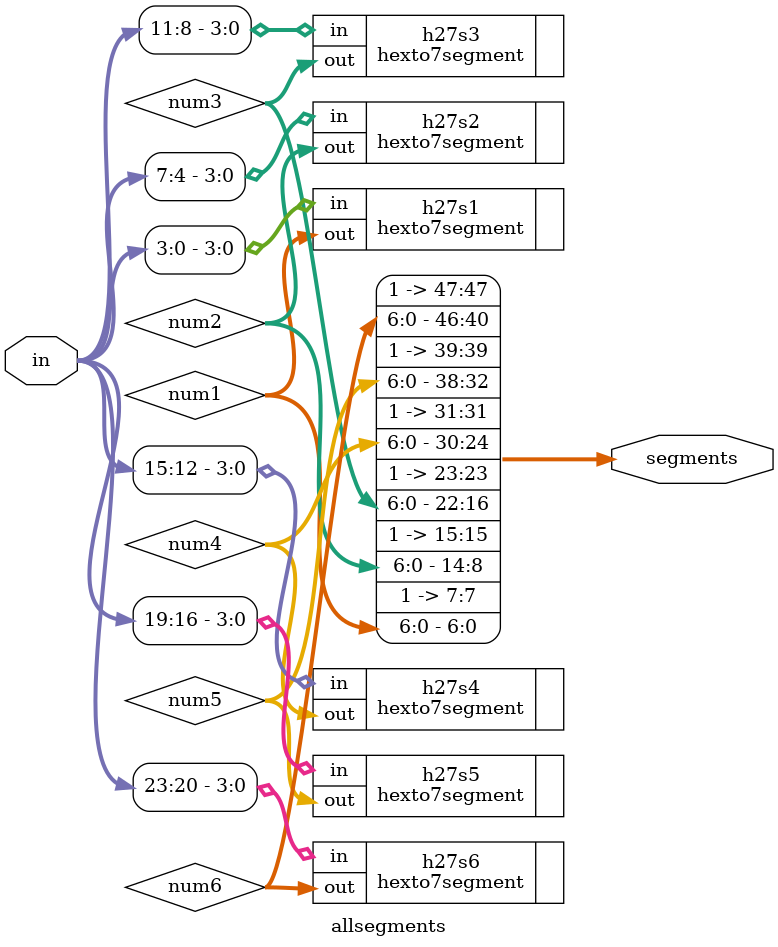
<source format=sv>
module allsegments(
	input [23:0] in,
	output [47:0] segments
);

logic [6:0] num1;
logic [6:0] num2;
logic [6:0] num3;
logic [6:0] num4;
logic [6:0] num5;
logic [6:0] num6;

hexto7segment h27s1(
	.in(in[3:0]),
	.out(num1)
);
hexto7segment h27s2(
	.in(in[7:4]),
	.out(num2)
);
hexto7segment h27s3(
	.in(in[11:8]),
	.out(num3)
);
hexto7segment h27s4(
	.in(in[15:12]),
	.out(num4)
);
hexto7segment h27s5(
	.in(in[19:16]),
	.out(num5)
);
hexto7segment h27s6(
	.in(in[23:20]),
	.out(num6)
);

always_comb begin
	segments[6:0] = num1;
	segments[7] = 1;
	segments[14:8] = num2;
	segments[15] = 1;
	segments[22:16] = num3;
	segments[23] = 1;
	segments[30:24] = num4;
	segments[31] = 1;
	segments[38:32] = num5;
	segments[39] = 1;
	segments[46:40] = num6;
	segments[47] = 1;
end

endmodule

</source>
